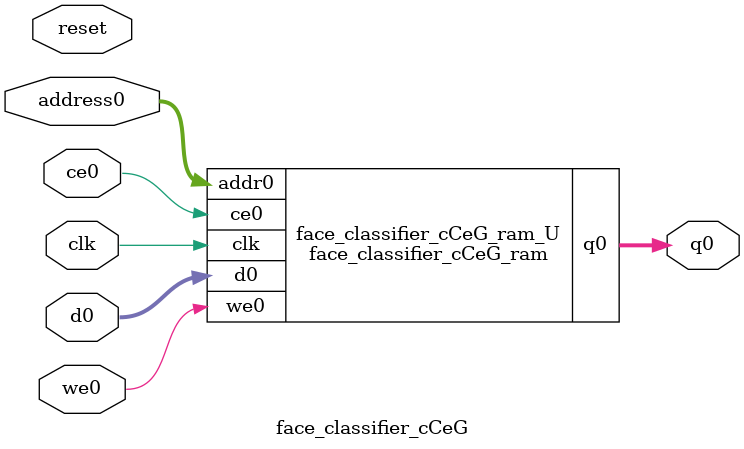
<source format=v>

`timescale 1 ns / 1 ps
module face_classifier_cCeG_ram (addr0, ce0, d0, we0, q0,  clk);

parameter DWIDTH = 32;
parameter AWIDTH = 19;
parameter MEM_SIZE = 262200;

input[AWIDTH-1:0] addr0;
input ce0;
input[DWIDTH-1:0] d0;
input we0;
output reg[DWIDTH-1:0] q0;
input clk;

(* ram_style = "block" *)reg [DWIDTH-1:0] ram[0:MEM_SIZE-1];




always @(posedge clk)  
begin 
    if (ce0) 
    begin
        if (we0) 
        begin 
            ram[addr0] <= d0; 
            q0 <= d0;
        end 
        else 
            q0 <= ram[addr0];
    end
end


endmodule


`timescale 1 ns / 1 ps
module face_classifier_cCeG(
    reset,
    clk,
    address0,
    ce0,
    we0,
    d0,
    q0);

parameter DataWidth = 32'd32;
parameter AddressRange = 32'd262200;
parameter AddressWidth = 32'd19;
input reset;
input clk;
input[AddressWidth - 1:0] address0;
input ce0;
input we0;
input[DataWidth - 1:0] d0;
output[DataWidth - 1:0] q0;



face_classifier_cCeG_ram face_classifier_cCeG_ram_U(
    .clk( clk ),
    .addr0( address0 ),
    .ce0( ce0 ),
    .we0( we0 ),
    .d0( d0 ),
    .q0( q0 ));

endmodule


</source>
